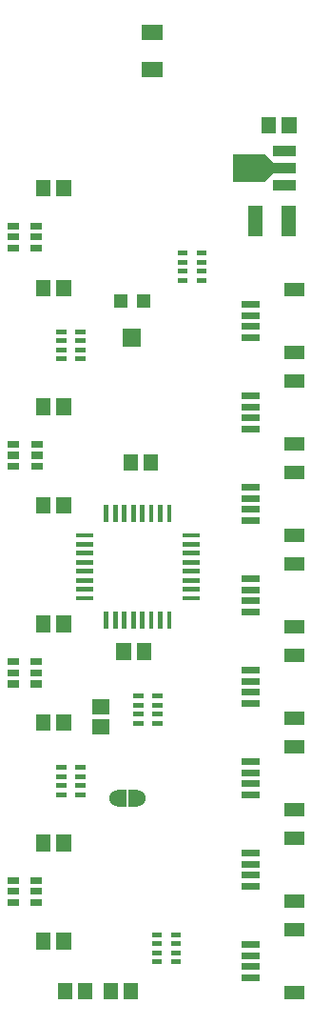
<source format=gbr>
G04 start of page 11 for group -4015 idx -4015 *
G04 Title: (unknown), toppaste *
G04 Creator: pcb 4.0.2 *
G04 CreationDate: Wed Apr 29 00:27:18 2020 UTC *
G04 For: ndholmes *
G04 Format: Gerber/RS-274X *
G04 PCB-Dimensions (mil): 1500.00 3900.00 *
G04 PCB-Coordinate-Origin: lower left *
%MOIN*%
%FSLAX25Y25*%
%LNTOPPASTE*%
%ADD63C,0.0001*%
%ADD62C,0.0600*%
G54D62*X83500Y108500D03*
G54D63*G36*
X86500Y111500D02*X83500D01*
Y105500D01*
X86500D01*
Y111500D01*
G37*
G54D62*X90300Y108500D03*
G54D63*G36*
Y111500D02*X87300D01*
Y105500D01*
X90300D01*
Y111500D01*
G37*
G36*
X67516Y43952D02*X62398D01*
Y38048D01*
X67516D01*
Y43952D01*
G37*
G36*
X74602D02*X69484D01*
Y38048D01*
X74602D01*
Y43952D01*
G37*
G36*
X67102Y61452D02*X61984D01*
Y55548D01*
X67102D01*
Y61452D01*
G37*
G36*
X60016D02*X54898D01*
Y55548D01*
X60016D01*
Y61452D01*
G37*
G36*
X67102Y95909D02*X61984D01*
Y90005D01*
X67102D01*
Y95909D01*
G37*
G36*
X60016D02*X54898D01*
Y90005D01*
X60016D01*
Y95909D01*
G37*
G36*
X53000Y73200D02*Y70800D01*
X57000D01*
Y73200D01*
X53000D01*
G37*
G36*
Y77100D02*Y74700D01*
X57000D01*
Y77100D01*
X53000D01*
G37*
G36*
Y81000D02*Y78600D01*
X57000D01*
Y81000D01*
X53000D01*
G37*
G36*
X44800D02*Y78600D01*
X48800D01*
Y81000D01*
X44800D01*
G37*
G36*
Y77100D02*Y74700D01*
X48800D01*
Y77100D01*
X44800D01*
G37*
G36*
Y73200D02*Y70800D01*
X48800D01*
Y73200D01*
X44800D01*
G37*
G36*
X67059Y137952D02*X61941D01*
Y132048D01*
X67059D01*
Y137952D01*
G37*
G36*
X59973D02*X54855D01*
Y132048D01*
X59973D01*
Y137952D01*
G37*
G36*
X67059Y172452D02*X61941D01*
Y166548D01*
X67059D01*
Y172452D01*
G37*
G36*
X59973D02*X54855D01*
Y166548D01*
X59973D01*
Y172452D01*
G37*
G36*
X67102Y213952D02*X61984D01*
Y208048D01*
X67102D01*
Y213952D01*
G37*
G36*
X60016D02*X54898D01*
Y208048D01*
X60016D01*
Y213952D01*
G37*
G36*
X67102Y248452D02*X61984D01*
Y242548D01*
X67102D01*
Y248452D01*
G37*
G36*
X60016D02*X54898D01*
Y242548D01*
X60016D01*
Y248452D01*
G37*
G36*
X67102Y289952D02*X61984D01*
Y284048D01*
X67102D01*
Y289952D01*
G37*
G36*
X60016D02*X54898D01*
Y284048D01*
X60016D01*
Y289952D01*
G37*
G36*
X126949Y46775D02*Y44413D01*
X133051D01*
Y46775D01*
X126949D01*
G37*
G36*
Y50712D02*Y48350D01*
X133051D01*
Y50712D01*
X126949D01*
G37*
G36*
Y54650D02*Y52288D01*
X133051D01*
Y54650D01*
X126949D01*
G37*
G36*
Y58587D02*Y56225D01*
X133051D01*
Y58587D01*
X126949D01*
G37*
G36*
X141713Y42838D02*Y38114D01*
X148799D01*
Y42838D01*
X141713D01*
G37*
G36*
Y64886D02*Y60162D01*
X148799D01*
Y64886D01*
X141713D01*
G37*
G36*
X126949Y142775D02*Y140413D01*
X133051D01*
Y142775D01*
X126949D01*
G37*
G36*
Y146712D02*Y144350D01*
X133051D01*
Y146712D01*
X126949D01*
G37*
G36*
Y150650D02*Y148288D01*
X133051D01*
Y150650D01*
X126949D01*
G37*
G36*
Y154587D02*Y152225D01*
X133051D01*
Y154587D01*
X126949D01*
G37*
G36*
X141713Y138838D02*Y134114D01*
X148799D01*
Y138838D01*
X141713D01*
G37*
G36*
Y160886D02*Y156162D01*
X148799D01*
Y160886D01*
X141713D01*
G37*
G36*
X126949Y110775D02*Y108413D01*
X133051D01*
Y110775D01*
X126949D01*
G37*
G36*
Y114712D02*Y112350D01*
X133051D01*
Y114712D01*
X126949D01*
G37*
G36*
Y118650D02*Y116288D01*
X133051D01*
Y118650D01*
X126949D01*
G37*
G36*
Y122587D02*Y120225D01*
X133051D01*
Y122587D01*
X126949D01*
G37*
G36*
X141713Y106838D02*Y102114D01*
X148799D01*
Y106838D01*
X141713D01*
G37*
G36*
Y128886D02*Y124162D01*
X148799D01*
Y128886D01*
X141713D01*
G37*
G36*
X126949Y78775D02*Y76413D01*
X133051D01*
Y78775D01*
X126949D01*
G37*
G36*
Y82712D02*Y80350D01*
X133051D01*
Y82712D01*
X126949D01*
G37*
G36*
Y86650D02*Y84288D01*
X133051D01*
Y86650D01*
X126949D01*
G37*
G36*
Y90587D02*Y88225D01*
X133051D01*
Y90587D01*
X126949D01*
G37*
G36*
X141713Y74838D02*Y70114D01*
X148799D01*
Y74838D01*
X141713D01*
G37*
G36*
Y96886D02*Y92162D01*
X148799D01*
Y96886D01*
X141713D01*
G37*
G36*
X146102Y346952D02*X140984D01*
Y341048D01*
X146102D01*
Y346952D01*
G37*
G36*
X139016D02*X133898D01*
Y341048D01*
X139016D01*
Y346952D01*
G37*
G36*
X67059Y324952D02*X61941D01*
Y319048D01*
X67059D01*
Y324952D01*
G37*
G36*
X59973D02*X54855D01*
Y319048D01*
X59973D01*
Y324952D01*
G37*
G36*
X61880Y272560D02*Y270888D01*
X65424D01*
Y272560D01*
X61880D01*
G37*
G36*
Y269412D02*Y267738D01*
X65424D01*
Y269412D01*
X61880D01*
G37*
G36*
Y266262D02*Y264588D01*
X65424D01*
Y266262D01*
X61880D01*
G37*
G36*
Y263112D02*Y261440D01*
X65424D01*
Y263112D01*
X61880D01*
G37*
G36*
X68576D02*Y261440D01*
X72120D01*
Y263112D01*
X68576D01*
G37*
G36*
Y266262D02*Y264588D01*
X72120D01*
Y266262D01*
X68576D01*
G37*
G36*
Y269412D02*Y267738D01*
X72120D01*
Y269412D01*
X68576D01*
G37*
G36*
Y272560D02*Y270888D01*
X72120D01*
Y272560D01*
X68576D01*
G37*
G36*
X74548Y143102D02*Y137984D01*
X80452D01*
Y143102D01*
X74548D01*
G37*
G36*
Y136016D02*Y130898D01*
X80452D01*
Y136016D01*
X74548D01*
G37*
G36*
X97602Y228952D02*X92484D01*
Y223048D01*
X97602D01*
Y228952D01*
G37*
G36*
X90516D02*X85398D01*
Y223048D01*
X90516D01*
Y228952D01*
G37*
G36*
X104380Y300060D02*Y298388D01*
X107923D01*
Y300060D01*
X104380D01*
G37*
G36*
Y296912D02*Y295238D01*
X107923D01*
Y296912D01*
X104380D01*
G37*
G36*
Y293762D02*Y292088D01*
X107923D01*
Y293762D01*
X104380D01*
G37*
G36*
Y290612D02*Y288940D01*
X107923D01*
Y290612D01*
X104380D01*
G37*
G36*
X111077D02*Y288940D01*
X114620D01*
Y290612D01*
X111077D01*
G37*
G36*
Y293762D02*Y292088D01*
X114620D01*
Y293762D01*
X111077D01*
G37*
G36*
Y296912D02*Y295238D01*
X114620D01*
Y296912D01*
X111077D01*
G37*
G36*
Y300060D02*Y298388D01*
X114620D01*
Y300060D01*
X111077D01*
G37*
G36*
X126949Y270775D02*Y268413D01*
X133051D01*
Y270775D01*
X126949D01*
G37*
G36*
Y274712D02*Y272350D01*
X133051D01*
Y274712D01*
X126949D01*
G37*
G36*
Y278650D02*Y276288D01*
X133051D01*
Y278650D01*
X126949D01*
G37*
G36*
Y282587D02*Y280225D01*
X133051D01*
Y282587D01*
X126949D01*
G37*
G36*
X141713Y266838D02*Y262114D01*
X148799D01*
Y266838D01*
X141713D01*
G37*
G36*
Y288886D02*Y284162D01*
X148799D01*
Y288886D01*
X141713D01*
G37*
G36*
X61880Y120060D02*Y118388D01*
X65424D01*
Y120060D01*
X61880D01*
G37*
G36*
Y116912D02*Y115238D01*
X65424D01*
Y116912D01*
X61880D01*
G37*
G36*
Y113762D02*Y112088D01*
X65424D01*
Y113762D01*
X61880D01*
G37*
G36*
Y110612D02*Y108940D01*
X65424D01*
Y110612D01*
X61880D01*
G37*
G36*
X68576D02*Y108940D01*
X72120D01*
Y110612D01*
X68576D01*
G37*
G36*
Y113762D02*Y112088D01*
X72120D01*
Y113762D01*
X68576D01*
G37*
G36*
Y116912D02*Y115238D01*
X72120D01*
Y116912D01*
X68576D01*
G37*
G36*
Y120060D02*Y118388D01*
X72120D01*
Y120060D01*
X68576D01*
G37*
G36*
X53200Y225800D02*Y223400D01*
X57200D01*
Y225800D01*
X53200D01*
G37*
G36*
Y229700D02*Y227300D01*
X57200D01*
Y229700D01*
X53200D01*
G37*
G36*
Y233600D02*Y231200D01*
X57200D01*
Y233600D01*
X53200D01*
G37*
G36*
X45000D02*Y231200D01*
X49000D01*
Y233600D01*
X45000D01*
G37*
G36*
Y229700D02*Y227300D01*
X49000D01*
Y229700D01*
X45000D01*
G37*
G36*
Y225800D02*Y223400D01*
X49000D01*
Y225800D01*
X45000D01*
G37*
G36*
X53000Y302200D02*Y299800D01*
X57000D01*
Y302200D01*
X53000D01*
G37*
G36*
Y306100D02*Y303700D01*
X57000D01*
Y306100D01*
X53000D01*
G37*
G36*
Y310000D02*Y307600D01*
X57000D01*
Y310000D01*
X53000D01*
G37*
G36*
X44800D02*Y307600D01*
X48800D01*
Y310000D01*
X44800D01*
G37*
G36*
Y306100D02*Y303700D01*
X48800D01*
Y306100D01*
X44800D01*
G37*
G36*
Y302200D02*Y299800D01*
X48800D01*
Y302200D01*
X44800D01*
G37*
G36*
X126949Y206775D02*Y204413D01*
X133051D01*
Y206775D01*
X126949D01*
G37*
G36*
Y210712D02*Y208350D01*
X133051D01*
Y210712D01*
X126949D01*
G37*
G36*
Y214650D02*Y212288D01*
X133051D01*
Y214650D01*
X126949D01*
G37*
G36*
Y218587D02*Y216225D01*
X133051D01*
Y218587D01*
X126949D01*
G37*
G36*
X141713Y202838D02*Y198114D01*
X148799D01*
Y202838D01*
X141713D01*
G37*
G36*
Y224886D02*Y220162D01*
X148799D01*
Y224886D01*
X141713D01*
G37*
G36*
X126949Y238775D02*Y236413D01*
X133051D01*
Y238775D01*
X126949D01*
G37*
G36*
Y242712D02*Y240350D01*
X133051D01*
Y242712D01*
X126949D01*
G37*
G36*
Y246650D02*Y244288D01*
X133051D01*
Y246650D01*
X126949D01*
G37*
G36*
Y250587D02*Y248225D01*
X133051D01*
Y250587D01*
X126949D01*
G37*
G36*
X141713Y234838D02*Y230114D01*
X148799D01*
Y234838D01*
X141713D01*
G37*
G36*
Y256886D02*Y252162D01*
X148799D01*
Y256886D01*
X141713D01*
G37*
G36*
X126949Y174775D02*Y172413D01*
X133051D01*
Y174775D01*
X126949D01*
G37*
G36*
Y178712D02*Y176350D01*
X133051D01*
Y178712D01*
X126949D01*
G37*
G36*
Y182650D02*Y180288D01*
X133051D01*
Y182650D01*
X126949D01*
G37*
G36*
Y186587D02*Y184225D01*
X133051D01*
Y186587D01*
X126949D01*
G37*
G36*
X141713Y170838D02*Y166114D01*
X148799D01*
Y170838D01*
X141713D01*
G37*
G36*
Y192886D02*Y188162D01*
X148799D01*
Y192886D01*
X141713D01*
G37*
G36*
X95576Y135612D02*Y133940D01*
X99120D01*
Y135612D01*
X95576D01*
G37*
G36*
Y138762D02*Y137088D01*
X99120D01*
Y138762D01*
X95576D01*
G37*
G36*
Y141912D02*Y140238D01*
X99120D01*
Y141912D01*
X95576D01*
G37*
G36*
Y145060D02*Y143388D01*
X99120D01*
Y145060D01*
X95576D01*
G37*
G36*
X88880D02*Y143388D01*
X92424D01*
Y145060D01*
X88880D01*
G37*
G36*
Y141912D02*Y140238D01*
X92424D01*
Y141912D01*
X88880D01*
G37*
G36*
Y138762D02*Y137088D01*
X92424D01*
Y138762D01*
X88880D01*
G37*
G36*
Y135612D02*Y133940D01*
X92424D01*
Y135612D01*
X88880D01*
G37*
G36*
X145964Y315814D02*X140846D01*
Y305186D01*
X145964D01*
Y315814D01*
G37*
G36*
X134154D02*X129036D01*
Y305186D01*
X134154D01*
Y315814D01*
G37*
G36*
X138000Y324984D02*Y321204D01*
X145874D01*
Y324984D01*
X138000D01*
G37*
G36*
X130284Y330890D02*Y327110D01*
X145874D01*
Y330890D01*
X130284D01*
G37*
G36*
X123825Y333725D02*Y324275D01*
X135165D01*
Y333725D01*
X123825D01*
G37*
G36*
X138005Y327115D02*X136585Y328535D01*
X133745Y325695D01*
X135165Y324275D01*
X138005Y327115D01*
G37*
G36*
X135165Y333725D02*X133745Y332305D01*
X136585Y329465D01*
X138005Y330885D01*
X135165Y333725D01*
G37*
G36*
X138000Y336796D02*Y333016D01*
X145874D01*
Y336796D01*
X138000D01*
G37*
G36*
X90051Y284900D02*Y280200D01*
X94752D01*
Y284900D01*
X90051D01*
G37*
G36*
X82250D02*Y280200D01*
X86951D01*
Y284900D01*
X82250D01*
G37*
G36*
X85350Y272900D02*Y266600D01*
X91651D01*
Y272900D01*
X85350D01*
G37*
G36*
X80264Y173721D02*X78690D01*
Y167721D01*
X80264D01*
Y173721D01*
G37*
G36*
X83413D02*X81839D01*
Y167721D01*
X83413D01*
Y173721D01*
G37*
G36*
X86563D02*X84989D01*
Y167721D01*
X86563D01*
Y173721D01*
G37*
G36*
X89712D02*X88138D01*
Y167721D01*
X89712D01*
Y173721D01*
G37*
G36*
X92862D02*X91288D01*
Y167721D01*
X92862D01*
Y173721D01*
G37*
G36*
X96012D02*X94438D01*
Y167721D01*
X96012D01*
Y173721D01*
G37*
G36*
X99161D02*X97587D01*
Y167721D01*
X99161D01*
Y173721D01*
G37*
G36*
X102311D02*X100737D01*
Y167721D01*
X102311D01*
Y173721D01*
G37*
G36*
X106279Y179264D02*Y177690D01*
X112279D01*
Y179264D01*
X106279D01*
G37*
G36*
Y182413D02*Y180839D01*
X112279D01*
Y182413D01*
X106279D01*
G37*
G36*
Y185563D02*Y183989D01*
X112279D01*
Y185563D01*
X106279D01*
G37*
G36*
Y188712D02*Y187138D01*
X112279D01*
Y188712D01*
X106279D01*
G37*
G36*
Y191862D02*Y190288D01*
X112279D01*
Y191862D01*
X106279D01*
G37*
G36*
Y195012D02*Y193438D01*
X112279D01*
Y195012D01*
X106279D01*
G37*
G36*
Y198161D02*Y196587D01*
X112279D01*
Y198161D01*
X106279D01*
G37*
G36*
Y201311D02*Y199737D01*
X112279D01*
Y201311D01*
X106279D01*
G37*
G36*
X102310Y211279D02*X100736D01*
Y205279D01*
X102310D01*
Y211279D01*
G37*
G36*
X99161D02*X97587D01*
Y205279D01*
X99161D01*
Y211279D01*
G37*
G36*
X96011D02*X94437D01*
Y205279D01*
X96011D01*
Y211279D01*
G37*
G36*
X92862D02*X91288D01*
Y205279D01*
X92862D01*
Y211279D01*
G37*
G36*
X89712D02*X88138D01*
Y205279D01*
X89712D01*
Y211279D01*
G37*
G36*
X86562D02*X84988D01*
Y205279D01*
X86562D01*
Y211279D01*
G37*
G36*
X83413D02*X81839D01*
Y205279D01*
X83413D01*
Y211279D01*
G37*
G36*
X80263D02*X78689D01*
Y205279D01*
X80263D01*
Y211279D01*
G37*
G36*
X68721Y201310D02*Y199736D01*
X74721D01*
Y201310D01*
X68721D01*
G37*
G36*
Y198161D02*Y196587D01*
X74721D01*
Y198161D01*
X68721D01*
G37*
G36*
Y195011D02*Y193437D01*
X74721D01*
Y195011D01*
X68721D01*
G37*
G36*
Y191862D02*Y190288D01*
X74721D01*
Y191862D01*
X68721D01*
G37*
G36*
Y188712D02*Y187138D01*
X74721D01*
Y188712D01*
X68721D01*
G37*
G36*
Y185562D02*Y183988D01*
X74721D01*
Y185562D01*
X68721D01*
G37*
G36*
Y182413D02*Y180839D01*
X74721D01*
Y182413D01*
X68721D01*
G37*
G36*
Y179263D02*Y177689D01*
X74721D01*
Y179263D01*
X68721D01*
G37*
G36*
X88102Y162909D02*X82984D01*
Y157005D01*
X88102D01*
Y162909D01*
G37*
G36*
X95188D02*X90070D01*
Y157005D01*
X95188D01*
Y162909D01*
G37*
G36*
X91750Y366250D02*Y360750D01*
X99250D01*
Y366250D01*
X91750D01*
G37*
G36*
Y379250D02*Y373750D01*
X99250D01*
Y379250D01*
X91750D01*
G37*
G36*
X83516Y43952D02*X78398D01*
Y38048D01*
X83516D01*
Y43952D01*
G37*
G36*
X90602D02*X85484D01*
Y38048D01*
X90602D01*
Y43952D01*
G37*
G36*
X95380Y61560D02*Y59888D01*
X98924D01*
Y61560D01*
X95380D01*
G37*
G36*
Y58412D02*Y56738D01*
X98924D01*
Y58412D01*
X95380D01*
G37*
G36*
Y55262D02*Y53588D01*
X98924D01*
Y55262D01*
X95380D01*
G37*
G36*
Y52112D02*Y50440D01*
X98924D01*
Y52112D01*
X95380D01*
G37*
G36*
X102076D02*Y50440D01*
X105620D01*
Y52112D01*
X102076D01*
G37*
G36*
Y55262D02*Y53588D01*
X105620D01*
Y55262D01*
X102076D01*
G37*
G36*
Y58412D02*Y56738D01*
X105620D01*
Y58412D01*
X102076D01*
G37*
G36*
Y61560D02*Y59888D01*
X105620D01*
Y61560D01*
X102076D01*
G37*
G36*
X53000Y149700D02*Y147300D01*
X57000D01*
Y149700D01*
X53000D01*
G37*
G36*
Y153600D02*Y151200D01*
X57000D01*
Y153600D01*
X53000D01*
G37*
G36*
Y157500D02*Y155100D01*
X57000D01*
Y157500D01*
X53000D01*
G37*
G36*
X44800D02*Y155100D01*
X48800D01*
Y157500D01*
X44800D01*
G37*
G36*
Y153600D02*Y151200D01*
X48800D01*
Y153600D01*
X44800D01*
G37*
G36*
Y149700D02*Y147300D01*
X48800D01*
Y149700D01*
X44800D01*
G37*
M02*

</source>
